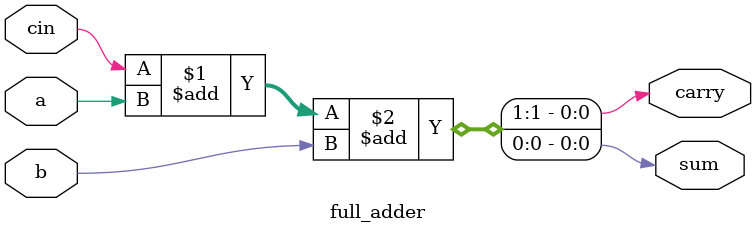
<source format=v>
`timescale 1ns / 1ps
module full_adder(input a,
						input b,
						input cin,
						output sum,
						output carry);

			assign {carry,sum} =  cin + a + b;

endmodule


</source>
